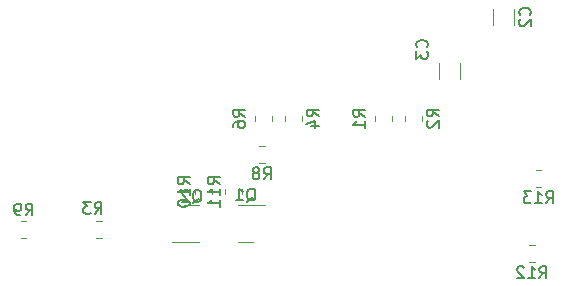
<source format=gbr>
%TF.GenerationSoftware,KiCad,Pcbnew,(6.0.10)*%
%TF.CreationDate,2023-02-04T01:48:26-05:00*%
%TF.ProjectId,lin-valve-control,6c696e2d-7661-46c7-9665-2d636f6e7472,rev?*%
%TF.SameCoordinates,Original*%
%TF.FileFunction,Legend,Bot*%
%TF.FilePolarity,Positive*%
%FSLAX46Y46*%
G04 Gerber Fmt 4.6, Leading zero omitted, Abs format (unit mm)*
G04 Created by KiCad (PCBNEW (6.0.10)) date 2023-02-04 01:48:26*
%MOMM*%
%LPD*%
G01*
G04 APERTURE LIST*
%ADD10C,0.150000*%
%ADD11C,0.120000*%
G04 APERTURE END LIST*
D10*
%TO.C,R13*%
X206025357Y-93288380D02*
X206358690Y-92812190D01*
X206596785Y-93288380D02*
X206596785Y-92288380D01*
X206215833Y-92288380D01*
X206120595Y-92336000D01*
X206072976Y-92383619D01*
X206025357Y-92478857D01*
X206025357Y-92621714D01*
X206072976Y-92716952D01*
X206120595Y-92764571D01*
X206215833Y-92812190D01*
X206596785Y-92812190D01*
X205072976Y-93288380D02*
X205644404Y-93288380D01*
X205358690Y-93288380D02*
X205358690Y-92288380D01*
X205453928Y-92431238D01*
X205549166Y-92526476D01*
X205644404Y-92574095D01*
X204739642Y-92288380D02*
X204120595Y-92288380D01*
X204453928Y-92669333D01*
X204311071Y-92669333D01*
X204215833Y-92716952D01*
X204168214Y-92764571D01*
X204120595Y-92859809D01*
X204120595Y-93097904D01*
X204168214Y-93193142D01*
X204215833Y-93240761D01*
X204311071Y-93288380D01*
X204596785Y-93288380D01*
X204692023Y-93240761D01*
X204739642Y-93193142D01*
%TO.C,R12*%
X205470357Y-99638380D02*
X205803690Y-99162190D01*
X206041785Y-99638380D02*
X206041785Y-98638380D01*
X205660833Y-98638380D01*
X205565595Y-98686000D01*
X205517976Y-98733619D01*
X205470357Y-98828857D01*
X205470357Y-98971714D01*
X205517976Y-99066952D01*
X205565595Y-99114571D01*
X205660833Y-99162190D01*
X206041785Y-99162190D01*
X204517976Y-99638380D02*
X205089404Y-99638380D01*
X204803690Y-99638380D02*
X204803690Y-98638380D01*
X204898928Y-98781238D01*
X204994166Y-98876476D01*
X205089404Y-98924095D01*
X204137023Y-98733619D02*
X204089404Y-98686000D01*
X203994166Y-98638380D01*
X203756071Y-98638380D01*
X203660833Y-98686000D01*
X203613214Y-98733619D01*
X203565595Y-98828857D01*
X203565595Y-98924095D01*
X203613214Y-99066952D01*
X204184642Y-99638380D01*
X203565595Y-99638380D01*
%TO.C,R11*%
X178380380Y-91662642D02*
X177904190Y-91329309D01*
X178380380Y-91091214D02*
X177380380Y-91091214D01*
X177380380Y-91472166D01*
X177428000Y-91567404D01*
X177475619Y-91615023D01*
X177570857Y-91662642D01*
X177713714Y-91662642D01*
X177808952Y-91615023D01*
X177856571Y-91567404D01*
X177904190Y-91472166D01*
X177904190Y-91091214D01*
X178380380Y-92615023D02*
X178380380Y-92043595D01*
X178380380Y-92329309D02*
X177380380Y-92329309D01*
X177523238Y-92234071D01*
X177618476Y-92138833D01*
X177666095Y-92043595D01*
X178380380Y-93567404D02*
X178380380Y-92995976D01*
X178380380Y-93281690D02*
X177380380Y-93281690D01*
X177523238Y-93186452D01*
X177618476Y-93091214D01*
X177666095Y-92995976D01*
%TO.C,R10*%
X175840380Y-91662642D02*
X175364190Y-91329309D01*
X175840380Y-91091214D02*
X174840380Y-91091214D01*
X174840380Y-91472166D01*
X174888000Y-91567404D01*
X174935619Y-91615023D01*
X175030857Y-91662642D01*
X175173714Y-91662642D01*
X175268952Y-91615023D01*
X175316571Y-91567404D01*
X175364190Y-91472166D01*
X175364190Y-91091214D01*
X175840380Y-92615023D02*
X175840380Y-92043595D01*
X175840380Y-92329309D02*
X174840380Y-92329309D01*
X174983238Y-92234071D01*
X175078476Y-92138833D01*
X175126095Y-92043595D01*
X174840380Y-93234071D02*
X174840380Y-93329309D01*
X174888000Y-93424547D01*
X174935619Y-93472166D01*
X175030857Y-93519785D01*
X175221333Y-93567404D01*
X175459428Y-93567404D01*
X175649904Y-93519785D01*
X175745142Y-93472166D01*
X175792761Y-93424547D01*
X175840380Y-93329309D01*
X175840380Y-93234071D01*
X175792761Y-93138833D01*
X175745142Y-93091214D01*
X175649904Y-93043595D01*
X175459428Y-92995976D01*
X175221333Y-92995976D01*
X175030857Y-93043595D01*
X174935619Y-93091214D01*
X174888000Y-93138833D01*
X174840380Y-93234071D01*
%TO.C,Q2*%
X176117238Y-93257619D02*
X176212476Y-93210000D01*
X176307714Y-93114761D01*
X176450571Y-92971904D01*
X176545809Y-92924285D01*
X176641047Y-92924285D01*
X176593428Y-93162380D02*
X176688666Y-93114761D01*
X176783904Y-93019523D01*
X176831523Y-92829047D01*
X176831523Y-92495714D01*
X176783904Y-92305238D01*
X176688666Y-92210000D01*
X176593428Y-92162380D01*
X176402952Y-92162380D01*
X176307714Y-92210000D01*
X176212476Y-92305238D01*
X176164857Y-92495714D01*
X176164857Y-92829047D01*
X176212476Y-93019523D01*
X176307714Y-93114761D01*
X176402952Y-93162380D01*
X176593428Y-93162380D01*
X175783904Y-92257619D02*
X175736285Y-92210000D01*
X175641047Y-92162380D01*
X175402952Y-92162380D01*
X175307714Y-92210000D01*
X175260095Y-92257619D01*
X175212476Y-92352857D01*
X175212476Y-92448095D01*
X175260095Y-92590952D01*
X175831523Y-93162380D01*
X175212476Y-93162380D01*
%TO.C,Q1*%
X180689238Y-93143619D02*
X180784476Y-93096000D01*
X180879714Y-93000761D01*
X181022571Y-92857904D01*
X181117809Y-92810285D01*
X181213047Y-92810285D01*
X181165428Y-93048380D02*
X181260666Y-93000761D01*
X181355904Y-92905523D01*
X181403523Y-92715047D01*
X181403523Y-92381714D01*
X181355904Y-92191238D01*
X181260666Y-92096000D01*
X181165428Y-92048380D01*
X180974952Y-92048380D01*
X180879714Y-92096000D01*
X180784476Y-92191238D01*
X180736857Y-92381714D01*
X180736857Y-92715047D01*
X180784476Y-92905523D01*
X180879714Y-93000761D01*
X180974952Y-93048380D01*
X181165428Y-93048380D01*
X179784476Y-93048380D02*
X180355904Y-93048380D01*
X180070190Y-93048380D02*
X180070190Y-92048380D01*
X180165428Y-92191238D01*
X180260666Y-92286476D01*
X180355904Y-92334095D01*
%TO.C,R9*%
X161964666Y-94306380D02*
X162298000Y-93830190D01*
X162536095Y-94306380D02*
X162536095Y-93306380D01*
X162155142Y-93306380D01*
X162059904Y-93354000D01*
X162012285Y-93401619D01*
X161964666Y-93496857D01*
X161964666Y-93639714D01*
X162012285Y-93734952D01*
X162059904Y-93782571D01*
X162155142Y-93830190D01*
X162536095Y-93830190D01*
X161488476Y-94306380D02*
X161298000Y-94306380D01*
X161202761Y-94258761D01*
X161155142Y-94211142D01*
X161059904Y-94068285D01*
X161012285Y-93877809D01*
X161012285Y-93496857D01*
X161059904Y-93401619D01*
X161107523Y-93354000D01*
X161202761Y-93306380D01*
X161393238Y-93306380D01*
X161488476Y-93354000D01*
X161536095Y-93401619D01*
X161583714Y-93496857D01*
X161583714Y-93734952D01*
X161536095Y-93830190D01*
X161488476Y-93877809D01*
X161393238Y-93925428D01*
X161202761Y-93925428D01*
X161107523Y-93877809D01*
X161059904Y-93830190D01*
X161012285Y-93734952D01*
%TO.C,R8*%
X182134166Y-91256380D02*
X182467500Y-90780190D01*
X182705595Y-91256380D02*
X182705595Y-90256380D01*
X182324642Y-90256380D01*
X182229404Y-90304000D01*
X182181785Y-90351619D01*
X182134166Y-90446857D01*
X182134166Y-90589714D01*
X182181785Y-90684952D01*
X182229404Y-90732571D01*
X182324642Y-90780190D01*
X182705595Y-90780190D01*
X181562738Y-90684952D02*
X181657976Y-90637333D01*
X181705595Y-90589714D01*
X181753214Y-90494476D01*
X181753214Y-90446857D01*
X181705595Y-90351619D01*
X181657976Y-90304000D01*
X181562738Y-90256380D01*
X181372261Y-90256380D01*
X181277023Y-90304000D01*
X181229404Y-90351619D01*
X181181785Y-90446857D01*
X181181785Y-90494476D01*
X181229404Y-90589714D01*
X181277023Y-90637333D01*
X181372261Y-90684952D01*
X181562738Y-90684952D01*
X181657976Y-90732571D01*
X181705595Y-90780190D01*
X181753214Y-90875428D01*
X181753214Y-91065904D01*
X181705595Y-91161142D01*
X181657976Y-91208761D01*
X181562738Y-91256380D01*
X181372261Y-91256380D01*
X181277023Y-91208761D01*
X181229404Y-91161142D01*
X181181785Y-91065904D01*
X181181785Y-90875428D01*
X181229404Y-90780190D01*
X181277023Y-90732571D01*
X181372261Y-90684952D01*
%TO.C,R6*%
X180538380Y-85955333D02*
X180062190Y-85622000D01*
X180538380Y-85383904D02*
X179538380Y-85383904D01*
X179538380Y-85764857D01*
X179586000Y-85860095D01*
X179633619Y-85907714D01*
X179728857Y-85955333D01*
X179871714Y-85955333D01*
X179966952Y-85907714D01*
X180014571Y-85860095D01*
X180062190Y-85764857D01*
X180062190Y-85383904D01*
X179538380Y-86812476D02*
X179538380Y-86622000D01*
X179586000Y-86526761D01*
X179633619Y-86479142D01*
X179776476Y-86383904D01*
X179966952Y-86336285D01*
X180347904Y-86336285D01*
X180443142Y-86383904D01*
X180490761Y-86431523D01*
X180538380Y-86526761D01*
X180538380Y-86717238D01*
X180490761Y-86812476D01*
X180443142Y-86860095D01*
X180347904Y-86907714D01*
X180109809Y-86907714D01*
X180014571Y-86860095D01*
X179966952Y-86812476D01*
X179919333Y-86717238D01*
X179919333Y-86526761D01*
X179966952Y-86431523D01*
X180014571Y-86383904D01*
X180109809Y-86336285D01*
%TO.C,R4*%
X186760380Y-85923333D02*
X186284190Y-85590000D01*
X186760380Y-85351904D02*
X185760380Y-85351904D01*
X185760380Y-85732857D01*
X185808000Y-85828095D01*
X185855619Y-85875714D01*
X185950857Y-85923333D01*
X186093714Y-85923333D01*
X186188952Y-85875714D01*
X186236571Y-85828095D01*
X186284190Y-85732857D01*
X186284190Y-85351904D01*
X186093714Y-86780476D02*
X186760380Y-86780476D01*
X185712761Y-86542380D02*
X186427047Y-86304285D01*
X186427047Y-86923333D01*
%TO.C,R3*%
X167806666Y-94178380D02*
X168140000Y-93702190D01*
X168378095Y-94178380D02*
X168378095Y-93178380D01*
X167997142Y-93178380D01*
X167901904Y-93226000D01*
X167854285Y-93273619D01*
X167806666Y-93368857D01*
X167806666Y-93511714D01*
X167854285Y-93606952D01*
X167901904Y-93654571D01*
X167997142Y-93702190D01*
X168378095Y-93702190D01*
X167473333Y-93178380D02*
X166854285Y-93178380D01*
X167187619Y-93559333D01*
X167044761Y-93559333D01*
X166949523Y-93606952D01*
X166901904Y-93654571D01*
X166854285Y-93749809D01*
X166854285Y-93987904D01*
X166901904Y-94083142D01*
X166949523Y-94130761D01*
X167044761Y-94178380D01*
X167330476Y-94178380D01*
X167425714Y-94130761D01*
X167473333Y-94083142D01*
%TO.C,R2*%
X196920380Y-85923333D02*
X196444190Y-85590000D01*
X196920380Y-85351904D02*
X195920380Y-85351904D01*
X195920380Y-85732857D01*
X195968000Y-85828095D01*
X196015619Y-85875714D01*
X196110857Y-85923333D01*
X196253714Y-85923333D01*
X196348952Y-85875714D01*
X196396571Y-85828095D01*
X196444190Y-85732857D01*
X196444190Y-85351904D01*
X196015619Y-86304285D02*
X195968000Y-86351904D01*
X195920380Y-86447142D01*
X195920380Y-86685238D01*
X195968000Y-86780476D01*
X196015619Y-86828095D01*
X196110857Y-86875714D01*
X196206095Y-86875714D01*
X196348952Y-86828095D01*
X196920380Y-86256666D01*
X196920380Y-86875714D01*
%TO.C,R1*%
X190698380Y-85955333D02*
X190222190Y-85622000D01*
X190698380Y-85383904D02*
X189698380Y-85383904D01*
X189698380Y-85764857D01*
X189746000Y-85860095D01*
X189793619Y-85907714D01*
X189888857Y-85955333D01*
X190031714Y-85955333D01*
X190126952Y-85907714D01*
X190174571Y-85860095D01*
X190222190Y-85764857D01*
X190222190Y-85383904D01*
X190698380Y-86907714D02*
X190698380Y-86336285D01*
X190698380Y-86622000D02*
X189698380Y-86622000D01*
X189841238Y-86526761D01*
X189936476Y-86431523D01*
X189984095Y-86336285D01*
%TO.C,C3*%
X195937142Y-80097333D02*
X195984761Y-80049714D01*
X196032380Y-79906857D01*
X196032380Y-79811619D01*
X195984761Y-79668761D01*
X195889523Y-79573523D01*
X195794285Y-79525904D01*
X195603809Y-79478285D01*
X195460952Y-79478285D01*
X195270476Y-79525904D01*
X195175238Y-79573523D01*
X195080000Y-79668761D01*
X195032380Y-79811619D01*
X195032380Y-79906857D01*
X195080000Y-80049714D01*
X195127619Y-80097333D01*
X195032380Y-80430666D02*
X195032380Y-81049714D01*
X195413333Y-80716380D01*
X195413333Y-80859238D01*
X195460952Y-80954476D01*
X195508571Y-81002095D01*
X195603809Y-81049714D01*
X195841904Y-81049714D01*
X195937142Y-81002095D01*
X195984761Y-80954476D01*
X196032380Y-80859238D01*
X196032380Y-80573523D01*
X195984761Y-80478285D01*
X195937142Y-80430666D01*
%TO.C,C2*%
X204645142Y-77341833D02*
X204692761Y-77294214D01*
X204740380Y-77151357D01*
X204740380Y-77056119D01*
X204692761Y-76913261D01*
X204597523Y-76818023D01*
X204502285Y-76770404D01*
X204311809Y-76722785D01*
X204168952Y-76722785D01*
X203978476Y-76770404D01*
X203883238Y-76818023D01*
X203788000Y-76913261D01*
X203740380Y-77056119D01*
X203740380Y-77151357D01*
X203788000Y-77294214D01*
X203835619Y-77341833D01*
X203835619Y-77722785D02*
X203788000Y-77770404D01*
X203740380Y-77865642D01*
X203740380Y-78103738D01*
X203788000Y-78198976D01*
X203835619Y-78246595D01*
X203930857Y-78294214D01*
X204026095Y-78294214D01*
X204168952Y-78246595D01*
X204740380Y-77675166D01*
X204740380Y-78294214D01*
D11*
%TO.C,R13*%
X205155436Y-91921000D02*
X205609564Y-91921000D01*
X205155436Y-90451000D02*
X205609564Y-90451000D01*
%TO.C,R12*%
X204600436Y-98271000D02*
X205054564Y-98271000D01*
X204600436Y-96801000D02*
X205054564Y-96801000D01*
%TO.C,R11*%
X178843000Y-92078436D02*
X178843000Y-92532564D01*
X180313000Y-92078436D02*
X180313000Y-92532564D01*
%TO.C,R10*%
X176303000Y-92078436D02*
X176303000Y-92532564D01*
X177773000Y-92078436D02*
X177773000Y-92532564D01*
%TO.C,Q2*%
X176022000Y-96556000D02*
X176672000Y-96556000D01*
X176022000Y-93436000D02*
X176672000Y-93436000D01*
X176022000Y-96556000D02*
X174347000Y-96556000D01*
X176022000Y-93436000D02*
X175372000Y-93436000D01*
%TO.C,Q1*%
X180594000Y-93436000D02*
X179944000Y-93436000D01*
X180594000Y-96556000D02*
X179944000Y-96556000D01*
X180594000Y-93436000D02*
X182269000Y-93436000D01*
X180594000Y-96556000D02*
X181244000Y-96556000D01*
%TO.C,R9*%
X162025064Y-96239000D02*
X161570936Y-96239000D01*
X162025064Y-94769000D02*
X161570936Y-94769000D01*
%TO.C,R8*%
X181740436Y-88419000D02*
X182194564Y-88419000D01*
X181740436Y-89889000D02*
X182194564Y-89889000D01*
%TO.C,R6*%
X181383000Y-86349064D02*
X181383000Y-85894936D01*
X182853000Y-86349064D02*
X182853000Y-85894936D01*
%TO.C,R4*%
X183923000Y-86317064D02*
X183923000Y-85862936D01*
X185393000Y-86317064D02*
X185393000Y-85862936D01*
%TO.C,R3*%
X167936936Y-94769000D02*
X168391064Y-94769000D01*
X167936936Y-96239000D02*
X168391064Y-96239000D01*
%TO.C,R2*%
X194083000Y-86317064D02*
X194083000Y-85862936D01*
X195553000Y-86317064D02*
X195553000Y-85862936D01*
%TO.C,R1*%
X191543000Y-86349064D02*
X191543000Y-85894936D01*
X193013000Y-86349064D02*
X193013000Y-85894936D01*
%TO.C,C3*%
X196956000Y-81369248D02*
X196956000Y-82791752D01*
X198776000Y-81369248D02*
X198776000Y-82791752D01*
%TO.C,C2*%
X203348000Y-78219752D02*
X203348000Y-76797248D01*
X201528000Y-78219752D02*
X201528000Y-76797248D01*
%TD*%
M02*

</source>
